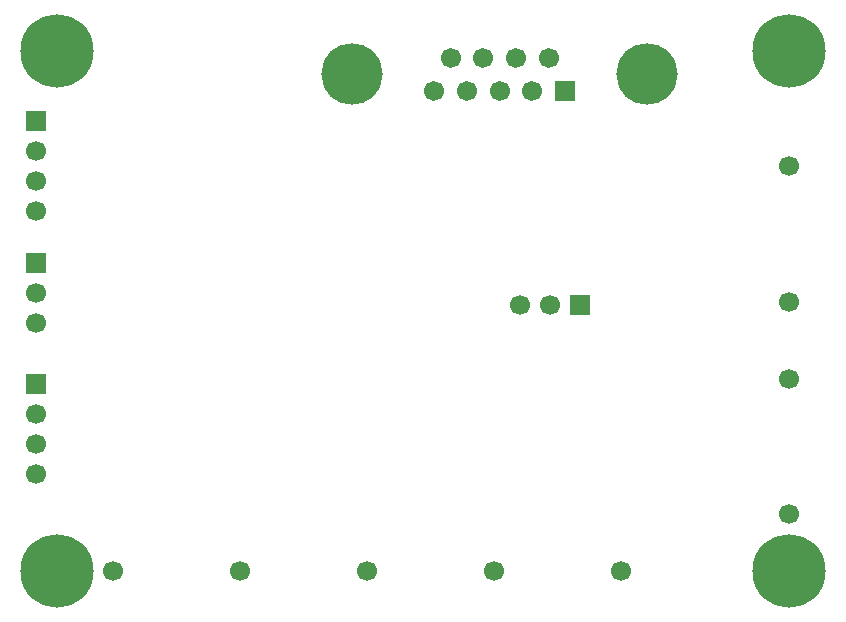
<source format=gbs>
G04 (created by PCBNEW (2013-07-07 BZR 4022)-stable) date 06/12/2014 15:19:56*
%MOIN*%
G04 Gerber Fmt 3.4, Leading zero omitted, Abs format*
%FSLAX34Y34*%
G01*
G70*
G90*
G04 APERTURE LIST*
%ADD10C,0.00590551*%
%ADD11C,0.244074*%
%ADD12R,0.0669291X0.0669291*%
%ADD13C,0.0669291*%
%ADD14C,0.204774*%
%ADD15R,0.066974X0.066974*%
%ADD16C,0.066974*%
G04 APERTURE END LIST*
G54D10*
G54D11*
X43700Y-36614D03*
X68110Y-36614D03*
X68110Y-19291D03*
X43700Y-19291D03*
G54D12*
X43011Y-21629D03*
G54D13*
X43011Y-22629D03*
X43011Y-23629D03*
X43011Y-24629D03*
G54D12*
X43011Y-30389D03*
G54D13*
X43011Y-31389D03*
X43011Y-32389D03*
X43011Y-33389D03*
G54D12*
X61137Y-27755D03*
G54D13*
X60137Y-27755D03*
X59137Y-27755D03*
G54D12*
X43011Y-26362D03*
G54D13*
X43011Y-27362D03*
X43011Y-28362D03*
G54D14*
X53543Y-20078D03*
X63385Y-20078D03*
G54D15*
X60645Y-20637D03*
G54D16*
X59555Y-20637D03*
X58464Y-20637D03*
X57373Y-20637D03*
X56283Y-20637D03*
X60100Y-19519D03*
X59009Y-19519D03*
X57919Y-19519D03*
X56828Y-19519D03*
G54D13*
X45570Y-36614D03*
X49803Y-36614D03*
X54035Y-36614D03*
X58267Y-36614D03*
X62500Y-36614D03*
X68110Y-34744D03*
X68110Y-30216D03*
X68110Y-27657D03*
X68110Y-23129D03*
M02*

</source>
